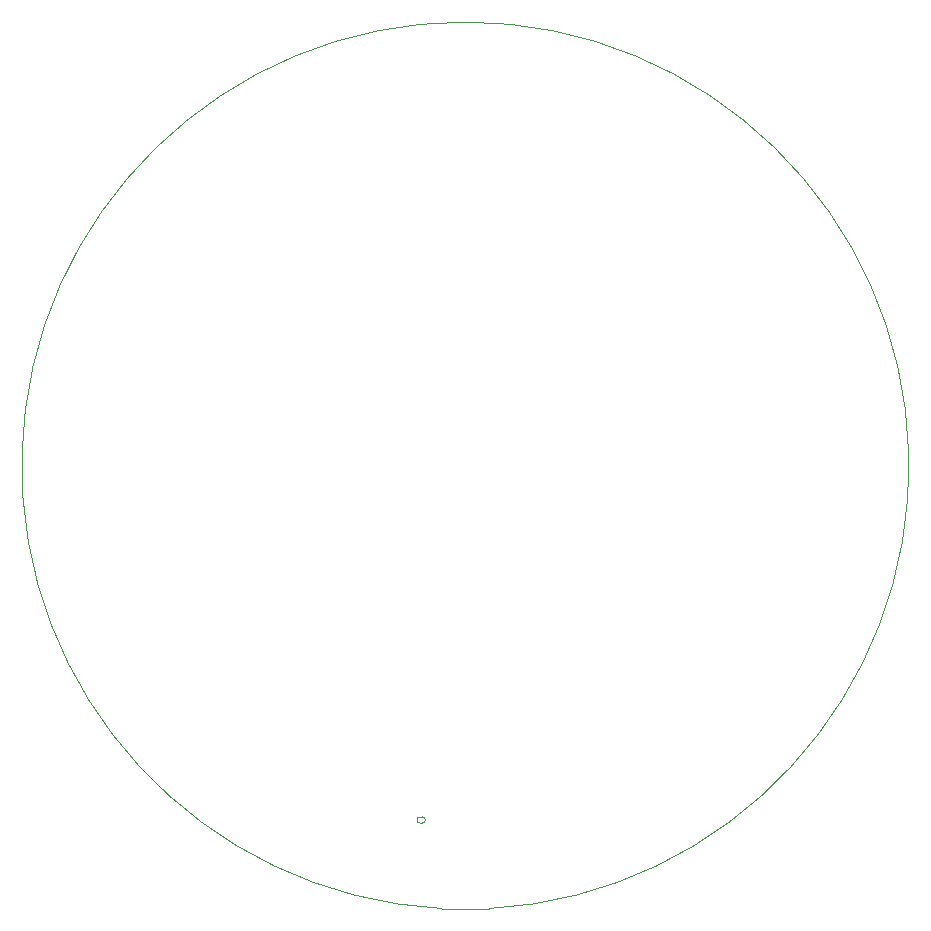
<source format=gbr>
%TF.GenerationSoftware,KiCad,Pcbnew,8.0.2-1*%
%TF.CreationDate,2024-05-17T13:07:53+01:00*%
%TF.ProjectId,Pomodoro_V7,506f6d6f-646f-4726-9f5f-56372e6b6963,rev?*%
%TF.SameCoordinates,Original*%
%TF.FileFunction,Profile,NP*%
%FSLAX46Y46*%
G04 Gerber Fmt 4.6, Leading zero omitted, Abs format (unit mm)*
G04 Created by KiCad (PCBNEW 8.0.2-1) date 2024-05-17 13:07:53*
%MOMM*%
%LPD*%
G01*
G04 APERTURE LIST*
%TA.AperFunction,Profile*%
%ADD10C,0.050000*%
%TD*%
%TA.AperFunction,Profile*%
%ADD11C,0.010000*%
%TD*%
G04 APERTURE END LIST*
D10*
X148000000Y-137500000D02*
X152000000Y-137500000D01*
X148000000Y-137500000D02*
G75*
G02*
X152000000Y-137500000I2000000J37500000D01*
G01*
D11*
%TO.C,J11*%
X146150000Y-129740000D02*
X146350000Y-129740000D01*
X146350000Y-130260000D02*
X146150000Y-130260000D01*
X145890000Y-130000000D02*
G75*
G02*
X146150000Y-129740000I260000J0D01*
G01*
X146150000Y-130260000D02*
G75*
G02*
X145890000Y-130000000I0J260000D01*
G01*
X146350000Y-129740000D02*
G75*
G02*
X146610000Y-130000000I0J-260000D01*
G01*
X146610000Y-130000000D02*
G75*
G02*
X146350000Y-130260000I-260000J0D01*
G01*
%TD*%
M02*

</source>
